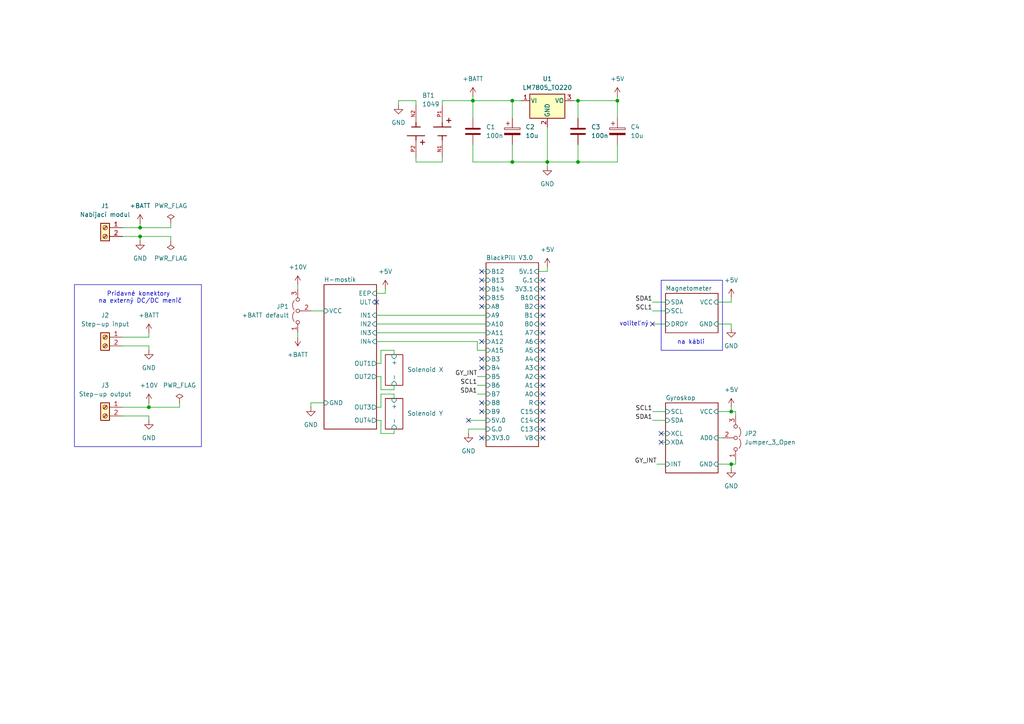
<source format=kicad_sch>
(kicad_sch (version 20250114) (generator "eeschema") (generator_version "9.0")
  (paper "A4")
  (lib_symbols
    (symbol "Connector:Screw_Terminal_01x02" (pin_names (offset 1.016) (hide yes))
      (property "Reference" "J" (at 0 2.54 0))
      (property "Value" "Screw_Terminal_01x02" (at 0 -5.08 0))
      (symbol "Screw_Terminal_01x02_1_1"
        (rectangle (start -1.27 1.27) (end 1.27 -3.81) (stroke (width 0.254)) (fill (type background)))
        (polyline (pts (xy -0.5334 0.3302) (xy 0.3302 -0.508)) (stroke (width 0.1524)))
        (polyline (pts (xy -0.5334 -2.2098) (xy 0.3302 -3.048)) (stroke (width 0.1524)))
        (polyline (pts (xy -0.3556 0.508) (xy 0.508 -0.3302)) (stroke (width 0.1524)))
        (polyline (pts (xy -0.3556 -2.032) (xy 0.508 -2.8702)) (stroke (width 0.1524)))
        (circle (center 0 0) (radius 0.635) (stroke (width 0.1524)))
        (circle (center 0 -2.54) (radius 0.635) (stroke (width 0.1524)))
        (pin passive line (at -5.08 0 0) (length 3.81) (name "Pin_1") (number "1"))
        (pin passive line (at -5.08 -2.54 0) (length 3.81) (name "Pin_2") (number "2"))
      )
    )
    (symbol "Device:C" (pin_numbers (hide yes)) (pin_names (offset 0.254))
      (property "Reference" "C" (at 0.635 2.54 0))
      (property "Value" "C" (at 0.635 -2.54 0))
      (symbol "C_0_1"
        (polyline (pts (xy -2.032 0.762) (xy 2.032 0.762)) (stroke (width 0.508)))
        (polyline (pts (xy -2.032 -0.762) (xy 2.032 -0.762)) (stroke (width 0.508)))
      )
      (symbol "C_1_1"
        (pin passive line (at 0 3.81 270) (length 2.794) (name "~") (number "1"))
        (pin passive line (at 0 -3.81 90) (length 2.794) (name "~") (number "2"))
      )
    )
    (symbol "Device:C_Polarized" (pin_numbers (hide yes)) (pin_names (offset 0.254))
      (property "Reference" "C" (at 0.635 2.54 0))
      (property "Value" "C_Polarized" (at 0.635 -2.54 0))
      (symbol "C_Polarized_0_1"
        (rectangle (start -2.286 0.508) (end 2.286 1.016))
        (polyline (pts (xy -1.778 2.286) (xy -0.762 2.286)))
        (polyline (pts (xy -1.27 2.794) (xy -1.27 1.778)))
        (rectangle (start 2.286 -0.508) (end -2.286 -1.016) (fill (type outline)))
      )
      (symbol "C_Polarized_1_1"
        (pin passive line (at 0 3.81 270) (length 2.794) (name "~") (number "1"))
        (pin passive line (at 0 -3.81 90) (length 2.794) (name "~") (number "2"))
      )
    )
    (symbol "Jumper:Jumper_3_Open" (pin_names (offset 0) (hide yes)) (exclude_from_sim yes) (in_bom no)
      (property "Reference" "JP" (at -2.54 -2.54 0))
      (property "Value" "Jumper_3_Open" (at 0 2.794 0))
      (symbol "Jumper_3_Open_0_0"
        (circle (center -3.302 0) (radius 0.508))
        (circle (center 0 0) (radius 0.508))
        (circle (center 3.302 0) (radius 0.508))
      )
      (symbol "Jumper_3_Open_0_1"
        (arc (start -3.048 1.016) (mid -1.651 1.4992) (end -0.254 1.016))
        (polyline (pts (xy 0 -0.508) (xy 0 -1.27)))
        (arc (start 0.254 1.016) (mid 1.651 1.4992) (end 3.048 1.016))
      )
      (symbol "Jumper_3_Open_1_1"
        (pin passive line (at -6.35 0 0) (length 2.54) (name "A") (number "1"))
        (pin passive line (at 0 -3.81 90) (length 2.54) (name "C") (number "2"))
        (pin passive line (at 6.35 0 180) (length 2.54) (name "B") (number "3"))
      )
    )
    (symbol "NDE_lib:1049" (pin_names (offset 1.016))
      (property "Reference" "BT" (at -3.81 8.89 0))
      (property "Value" "1049" (at -3.81 -7.62 0))
      (symbol "1049_0_0"
        (polyline (pts (xy -3.81 6.985) (xy -2.54 6.985)) (stroke (width 0.254)))
        (polyline (pts (xy -3.175 7.62) (xy -3.175 6.35)) (stroke (width 0.254)))
        (polyline (pts (xy -1.27 7.62) (xy -1.27 5.08)) (stroke (width 0.254)))
        (polyline (pts (xy -1.27 5.08) (xy -2.54 5.08)) (stroke (width 0.254)))
        (polyline (pts (xy -1.27 5.08) (xy -1.27 2.54)) (stroke (width 0.254)))
        (polyline (pts (xy -1.27 -2.54) (xy -2.54 -2.54)) (stroke (width 0.254)))
        (polyline (pts (xy -1.27 -2.54) (xy -1.27 -1.27)) (stroke (width 0.254)))
        (polyline (pts (xy -1.27 -3.81) (xy -1.27 -2.54)) (stroke (width 0.254)))
        (polyline (pts (xy 1.27 6.35) (xy 1.27 5.08)) (stroke (width 0.254)))
        (polyline (pts (xy 1.27 5.08) (xy 1.27 3.81)) (stroke (width 0.254)))
        (polyline (pts (xy 1.27 5.08) (xy 2.54 5.08)) (stroke (width 0.254)))
        (polyline (pts (xy 1.27 -2.54) (xy 1.27 0)) (stroke (width 0.254)))
        (polyline (pts (xy 1.27 -2.54) (xy 2.54 -2.54)) (stroke (width 0.254)))
        (polyline (pts (xy 1.27 -5.08) (xy 1.27 -2.54)) (stroke (width 0.254)))
        (polyline (pts (xy 3.175 -1.27) (xy 3.175 0)) (stroke (width 0.254)))
        (polyline (pts (xy 3.81 -0.635) (xy 2.54 -0.635)) (stroke (width 0.254)))
        (pin passive line (at -7.62 5.08 0) (length 5.08) (name "~") (number "P1"))
        (pin passive line (at -7.62 -2.54 0) (length 5.08) (name "~") (number "N2"))
        (pin passive line (at 7.62 5.08 180) (length 5.08) (name "~") (number "N1"))
        (pin passive line (at 7.62 -2.54 180) (length 5.08) (name "~") (number "P2"))
      )
    )
    (symbol "Regulator_Linear:LM7805_TO220" (pin_names (offset 0.254))
      (property "Reference" "U" (at -3.81 3.175 0))
      (property "Value" "LM7805_TO220" (at 0 3.175 0))
      (symbol "LM7805_TO220_0_1"
        (rectangle (start -5.08 1.905) (end 5.08 -5.08) (stroke (width 0.254)) (fill (type background)))
      )
      (symbol "LM7805_TO220_1_1"
        (pin power_in line (at -7.62 0 0) (length 2.54) (name "VI") (number "1"))
        (pin power_in line (at 0 -7.62 90) (length 2.54) (name "GND") (number "2"))
        (pin power_out line (at 7.62 0 180) (length 2.54) (name "VO") (number "3"))
      )
    )
    (symbol "power:+10V" (power) (pin_numbers (hide yes)) (pin_names (offset 0) (hide yes))
      (property "Value" "+10V" (at 0 3.556 0))
      (symbol "+10V_0_1"
        (polyline (pts (xy -0.762 1.27) (xy 0 2.54)))
        (polyline (pts (xy 0 2.54) (xy 0.762 1.27)))
        (polyline (pts (xy 0 0) (xy 0 2.54)))
      )
      (symbol "+10V_1_1"
        (pin power_in line (at 0 0 90) (length 0) (name "~") (number "1"))
      )
    )
    (symbol "power:+5V" (power) (pin_numbers (hide yes)) (pin_names (offset 0) (hide yes))
      (property "Value" "+5V" (at 0 3.556 0))
      (symbol "+5V_0_1"
        (polyline (pts (xy -0.762 1.27) (xy 0 2.54)))
        (polyline (pts (xy 0 2.54) (xy 0.762 1.27)))
        (polyline (pts (xy 0 0) (xy 0 2.54)))
      )
      (symbol "+5V_1_1"
        (pin power_in line (at 0 0 90) (length 0) (name "~") (number "1"))
      )
    )
    (symbol "power:+BATT" (power) (pin_numbers (hide yes)) (pin_names (offset 0) (hide yes))
      (property "Value" "+BATT" (at 0 3.556 0))
      (symbol "+BATT_0_1"
        (polyline (pts (xy -0.762 1.27) (xy 0 2.54)))
        (polyline (pts (xy 0 2.54) (xy 0.762 1.27)))
        (polyline (pts (xy 0 0) (xy 0 2.54)))
      )
      (symbol "+BATT_1_1"
        (pin power_in line (at 0 0 90) (length 0) (name "~") (number "1"))
      )
    )
    (symbol "power:GND" (power) (pin_numbers (hide yes)) (pin_names (offset 0) (hide yes))
      (property "Value" "GND" (at 0 -3.81 0))
      (symbol "GND_0_1"
        (polyline (pts (xy 0 0) (xy 0 -1.27) (xy 1.27 -1.27) (xy 0 -2.54) (xy -1.27 -1.27) (xy 0 -1.27)))
      )
      (symbol "GND_1_1"
        (pin power_in line (at 0 0 270) (length 0) (name "~") (number "1"))
      )
    )
    (symbol "power:PWR_FLAG" (power) (pin_numbers (hide yes)) (pin_names (offset 0) (hide yes))
      (property "Value" "PWR_FLAG" (at 0 3.81 0))
      (symbol "PWR_FLAG_0_0"
        (pin power_out line (at 0 0 90) (length 0) (name "~") (number "1"))
      )
      (symbol "PWR_FLAG_0_1"
        (polyline (pts (xy 0 0) (xy 0 1.27) (xy -1.016 1.905) (xy 0 2.54) (xy 1.016 1.905) (xy 0 1.27)))
      )
    )
  )
  (rectangle (start 21.59 82.55) (end 58.42 129.54))
  (rectangle (start 209.55 81.28) (end 191.77 101.6))
  (text "voliteľný" (at 183.896 93.98 0) (effects (font (size 1.27 1.27))))
  (text "Prídavné konektory \nna externý DC/DC menič" (at 40.64 86.36 0) (effects (font (size 1.27 1.27))))
  (text "na kábli" (at 200.406 99.314 0) (effects (font (size 1.27 1.27))))
  (junction (at 167.64 46.99))
  (junction (at 158.75 46.99))
  (junction (at 40.64 66.04))
  (junction (at 212.09 134.62))
  (junction (at 179.07 29.21))
  (junction (at 148.59 29.21))
  (junction (at 167.64 29.21))
  (junction (at 212.09 119.38))
  (junction (at 43.18 118.11))
  (junction (at 148.59 46.99))
  (junction (at 137.16 29.21))
  (junction (at 40.64 68.58))
  (no_connect (at 139.7 106.68))
  (no_connect (at 157.48 114.3))
  (no_connect (at 157.48 109.22))
  (no_connect (at 157.48 106.68))
  (no_connect (at 139.7 88.9))
  (no_connect (at 157.48 119.38))
  (no_connect (at 157.48 116.84))
  (no_connect (at 139.7 116.84))
  (no_connect (at 157.48 88.9))
  (no_connect (at 157.48 81.28))
  (no_connect (at 139.7 119.38))
  (no_connect (at 139.7 104.14))
  (no_connect (at 109.22 87.63))
  (no_connect (at 139.7 83.82))
  (no_connect (at 191.77 128.27))
  (no_connect (at 157.48 99.06))
  (no_connect (at 135.89 121.92))
  (no_connect (at 139.7 127))
  (no_connect (at 157.48 124.46))
  (no_connect (at 189.23 93.98))
  (no_connect (at 191.77 125.73))
  (no_connect (at 139.7 78.74))
  (no_connect (at 157.48 96.52))
  (no_connect (at 157.48 127))
  (no_connect (at 139.7 86.36))
  (no_connect (at 157.48 121.92))
  (no_connect (at 157.48 111.76))
  (no_connect (at 139.7 81.28))
  (no_connect (at 157.48 101.6))
  (no_connect (at 157.48 93.98))
  (no_connect (at 157.48 83.82))
  (no_connect (at 157.48 86.36))
  (no_connect (at 139.7 99.06))
  (no_connect (at 157.48 91.44))
  (no_connect (at 157.48 104.14))
  (wire (pts (xy 110.49 109.22) (xy 110.49 113.03)))
  (wire (pts (xy 90.17 90.17) (xy 93.98 90.17)))
  (wire (pts (xy 137.16 29.21) (xy 148.59 29.21)))
  (wire (pts (xy 114.3 113.03) (xy 114.3 111.76)))
  (wire (pts (xy 110.49 118.11) (xy 110.49 114.3)))
  (wire (pts (xy 139.7 83.82) (xy 140.97 83.82)))
  (wire (pts (xy 40.64 69.85) (xy 40.64 68.58)))
  (wire (pts (xy 189.23 93.98) (xy 193.04 93.98)))
  (wire (pts (xy 179.07 41.91) (xy 179.07 46.99)))
  (wire (pts (xy 86.36 82.55) (xy 86.36 83.82)))
  (wire (pts (xy 208.28 127) (xy 209.55 127)))
  (wire (pts (xy 137.16 27.94) (xy 137.16 29.21)))
  (wire (pts (xy 148.59 41.91) (xy 148.59 46.99)))
  (wire (pts (xy 189.23 87.63) (xy 193.04 87.63)))
  (wire (pts (xy 43.18 121.92) (xy 43.18 120.65)))
  (wire (pts (xy 40.64 68.58) (xy 35.56 68.58)))
  (wire (pts (xy 128.27 46.99) (xy 128.27 45.72)))
  (wire (pts (xy 52.07 118.11) (xy 43.18 118.11)))
  (wire (pts (xy 139.7 78.74) (xy 140.97 78.74)))
  (wire (pts (xy 40.64 68.58) (xy 49.53 68.58)))
  (wire (pts (xy 179.07 27.94) (xy 179.07 29.21)))
  (wire (pts (xy 43.18 118.11) (xy 35.56 118.11)))
  (wire (pts (xy 109.22 121.92) (xy 110.49 121.92)))
  (wire (pts (xy 158.75 36.83) (xy 158.75 46.99)))
  (wire (pts (xy 49.53 68.58) (xy 49.53 69.85)))
  (wire (pts (xy 139.7 81.28) (xy 140.97 81.28)))
  (wire (pts (xy 135.89 124.46) (xy 140.97 124.46)))
  (wire (pts (xy 212.09 93.98) (xy 212.09 95.25)))
  (wire (pts (xy 156.21 96.52) (xy 157.48 96.52)))
  (wire (pts (xy 109.22 93.98) (xy 140.97 93.98)))
  (wire (pts (xy 86.36 96.52) (xy 86.36 97.79)))
  (wire (pts (xy 109.22 96.52) (xy 140.97 96.52)))
  (wire (pts (xy 208.28 87.63) (xy 212.09 87.63)))
  (wire (pts (xy 158.75 78.74) (xy 158.75 77.47)))
  (wire (pts (xy 148.59 29.21) (xy 151.13 29.21)))
  (wire (pts (xy 138.43 99.06) (xy 138.43 101.6)))
  (wire (pts (xy 156.21 93.98) (xy 157.48 93.98)))
  (wire (pts (xy 138.43 111.76) (xy 140.97 111.76)))
  (wire (pts (xy 43.18 120.65) (xy 35.56 120.65)))
  (wire (pts (xy 110.49 125.73) (xy 114.3 125.73)))
  (wire (pts (xy 156.21 127) (xy 157.48 127)))
  (wire (pts (xy 137.16 41.91) (xy 137.16 46.99)))
  (wire (pts (xy 40.64 66.04) (xy 35.56 66.04)))
  (wire (pts (xy 158.75 46.99) (xy 167.64 46.99)))
  (wire (pts (xy 208.28 93.98) (xy 212.09 93.98)))
  (wire (pts (xy 139.7 86.36) (xy 140.97 86.36)))
  (wire (pts (xy 137.16 46.99) (xy 148.59 46.99)))
  (wire (pts (xy 110.49 113.03) (xy 114.3 113.03)))
  (wire (pts (xy 156.21 106.68) (xy 157.48 106.68)))
  (wire (pts (xy 139.7 104.14) (xy 140.97 104.14)))
  (wire (pts (xy 158.75 46.99) (xy 158.75 48.26)))
  (wire (pts (xy 120.65 46.99) (xy 128.27 46.99)))
  (wire (pts (xy 212.09 87.63) (xy 212.09 86.36)))
  (wire (pts (xy 189.23 90.17) (xy 193.04 90.17)))
  (wire (pts (xy 189.23 119.38) (xy 193.04 119.38)))
  (wire (pts (xy 212.09 119.38) (xy 212.09 118.11)))
  (wire (pts (xy 110.49 121.92) (xy 110.49 125.73)))
  (wire (pts (xy 139.7 88.9) (xy 140.97 88.9)))
  (wire (pts (xy 110.49 114.3) (xy 114.3 114.3)))
  (wire (pts (xy 191.77 125.73) (xy 193.04 125.73)))
  (wire (pts (xy 148.59 46.99) (xy 158.75 46.99)))
  (wire (pts (xy 52.07 116.84) (xy 52.07 118.11)))
  (wire (pts (xy 111.76 83.82) (xy 111.76 85.09)))
  (wire (pts (xy 156.21 109.22) (xy 157.48 109.22)))
  (wire (pts (xy 114.3 101.6) (xy 114.3 102.87)))
  (wire (pts (xy 156.21 119.38) (xy 157.48 119.38)))
  (wire (pts (xy 212.09 134.62) (xy 212.09 135.89)))
  (wire (pts (xy 139.7 99.06) (xy 140.97 99.06)))
  (wire (pts (xy 139.7 119.38) (xy 140.97 119.38)))
  (wire (pts (xy 208.28 134.62) (xy 212.09 134.62)))
  (wire (pts (xy 43.18 100.33) (xy 35.56 100.33)))
  (wire (pts (xy 167.64 29.21) (xy 179.07 29.21)))
  (wire (pts (xy 190.5 134.62) (xy 193.04 134.62)))
  (wire (pts (xy 139.7 127) (xy 140.97 127)))
  (wire (pts (xy 109.22 91.44) (xy 140.97 91.44)))
  (wire (pts (xy 156.21 116.84) (xy 157.48 116.84)))
  (wire (pts (xy 43.18 97.79) (xy 35.56 97.79)))
  (wire (pts (xy 179.07 29.21) (xy 179.07 34.29)))
  (wire (pts (xy 213.36 119.38) (xy 212.09 119.38)))
  (wire (pts (xy 167.64 46.99) (xy 179.07 46.99)))
  (wire (pts (xy 208.28 119.38) (xy 212.09 119.38)))
  (wire (pts (xy 115.57 29.21) (xy 115.57 30.48)))
  (wire (pts (xy 156.21 114.3) (xy 157.48 114.3)))
  (wire (pts (xy 156.21 78.74) (xy 158.75 78.74)))
  (wire (pts (xy 43.18 97.79) (xy 43.18 96.52)))
  (wire (pts (xy 128.27 29.21) (xy 137.16 29.21)))
  (wire (pts (xy 167.64 41.91) (xy 167.64 46.99)))
  (wire (pts (xy 109.22 109.22) (xy 110.49 109.22)))
  (wire (pts (xy 189.23 121.92) (xy 193.04 121.92)))
  (wire (pts (xy 114.3 125.73) (xy 114.3 124.46)))
  (wire (pts (xy 156.21 88.9) (xy 157.48 88.9)))
  (wire (pts (xy 40.64 66.04) (xy 40.64 64.77)))
  (wire (pts (xy 135.89 121.92) (xy 140.97 121.92)))
  (wire (pts (xy 191.77 128.27) (xy 193.04 128.27)))
  (wire (pts (xy 156.21 124.46) (xy 157.48 124.46)))
  (wire (pts (xy 167.64 29.21) (xy 167.64 34.29)))
  (wire (pts (xy 156.21 86.36) (xy 157.48 86.36)))
  (wire (pts (xy 40.64 66.04) (xy 49.53 66.04)))
  (wire (pts (xy 109.22 105.41) (xy 110.49 105.41)))
  (wire (pts (xy 93.98 116.84) (xy 90.17 116.84)))
  (wire (pts (xy 137.16 29.21) (xy 137.16 34.29)))
  (wire (pts (xy 139.7 106.68) (xy 140.97 106.68)))
  (wire (pts (xy 140.97 109.22) (xy 138.43 109.22)))
  (wire (pts (xy 156.21 99.06) (xy 157.48 99.06)))
  (wire (pts (xy 156.21 104.14) (xy 157.48 104.14)))
  (wire (pts (xy 114.3 114.3) (xy 114.3 115.57)))
  (wire (pts (xy 128.27 30.48) (xy 128.27 29.21)))
  (wire (pts (xy 156.21 91.44) (xy 157.48 91.44)))
  (wire (pts (xy 213.36 134.62) (xy 212.09 134.62)))
  (wire (pts (xy 148.59 29.21) (xy 148.59 34.29)))
  (wire (pts (xy 138.43 114.3) (xy 140.97 114.3)))
  (wire (pts (xy 43.18 116.84) (xy 43.18 118.11)))
  (wire (pts (xy 156.21 111.76) (xy 157.48 111.76)))
  (wire (pts (xy 90.17 116.84) (xy 90.17 118.11)))
  (wire (pts (xy 156.21 81.28) (xy 157.48 81.28)))
  (wire (pts (xy 109.22 118.11) (xy 110.49 118.11)))
  (wire (pts (xy 138.43 101.6) (xy 140.97 101.6)))
  (wire (pts (xy 43.18 101.6) (xy 43.18 100.33)))
  (wire (pts (xy 109.22 99.06) (xy 138.43 99.06)))
  (wire (pts (xy 49.53 64.77) (xy 49.53 66.04)))
  (wire (pts (xy 213.36 133.35) (xy 213.36 134.62)))
  (wire (pts (xy 115.57 29.21) (xy 120.65 29.21)))
  (wire (pts (xy 111.76 85.09) (xy 109.22 85.09)))
  (wire (pts (xy 166.37 29.21) (xy 167.64 29.21)))
  (wire (pts (xy 120.65 45.72) (xy 120.65 46.99)))
  (wire (pts (xy 110.49 105.41) (xy 110.49 101.6)))
  (wire (pts (xy 120.65 30.48) (xy 120.65 29.21)))
  (wire (pts (xy 139.7 116.84) (xy 140.97 116.84)))
  (wire (pts (xy 110.49 101.6) (xy 114.3 101.6)))
  (wire (pts (xy 135.89 125.73) (xy 135.89 124.46)))
  (wire (pts (xy 156.21 121.92) (xy 157.48 121.92)))
  (wire (pts (xy 156.21 83.82) (xy 157.48 83.82)))
  (wire (pts (xy 213.36 120.65) (xy 213.36 119.38)))
  (wire (pts (xy 156.21 101.6) (xy 157.48 101.6)))
  (label "SCL1" (at 189.23 90.17 180))
  (label "SCL1" (at 138.43 111.76 180))
  (label "SDA1" (at 138.43 114.3 180))
  (label "GY_INT" (at 138.43 109.22 180))
  (label "GY_INT" (at 190.5 134.62 180))
  (label "SCL1" (at 189.23 119.38 180))
  (label "SDA1" (at 189.23 121.92 180))
  (label "SDA1" (at 189.23 87.63 180))
  (symbol (lib_id "Connector:Screw_Terminal_01x02") (at 30.48 97.79 0) (mirror y) (unit 1)
    (property "Reference" "J2" (at 30.48 91.44 0))
    (property "Value" "Step-up input" (at 30.48 93.98 0))
    (property "Footprint" "TerminalBlock_RND:TerminalBlock_RND_205-00012_1x02_P5.00mm_Horizontal" (effects (hide yes)))
    (property "Datasheet" "https://www.tme.eu/cz/details/tc0203620000g/svorkovnice-do-plosnych-spoju/amphenol-anytek/" (effects (hide yes)))
    (property "Description" "Generic screw terminal, single row, 01x02, script generated (kicad-library-utils/schlib/autogen/connector/)" (effects (hide yes)))
  )
  (symbol (lib_id "Connector:Screw_Terminal_01x02") (at 30.48 66.04 0) (mirror y) (unit 1)
    (property "Reference" "J1" (at 30.48 59.69 0))
    (property "Value" "Nabíjací modul" (at 30.48 62.23 0))
    (property "Footprint" "TerminalBlock_RND:TerminalBlock_RND_205-00012_1x02_P5.00mm_Horizontal" (effects (hide yes)))
    (property "Datasheet" "https://www.tme.eu/cz/details/tc0203620000g/svorkovnice-do-plosnych-spoju/amphenol-anytek/" (effects (hide yes)))
    (property "Description" "Generic screw terminal, single row, 01x02, script generated (kicad-library-utils/schlib/autogen/connector/)" (effects (hide yes)))
  )
  (symbol (lib_id "Device:C_Polarized") (at 148.59 38.1 0) (unit 1)
    (property "Reference" "C2" (at 152.4 36.83 0) (effects (justify left)))
    (property "Value" "10u" (at 152.4 39.37 0) (effects (justify left)))
    (property "Footprint" "Capacitor_THT:CP_Radial_D5.0mm_P2.50mm" (effects (hide yes)))
    (property "Description" "Polarized capacitor" (effects (hide yes)))
  )
  (symbol (lib_id "Jumper:Jumper_3_Open") (at 213.36 127 270) (mirror x) (unit 1) (in_bom no)
    (property "Reference" "JP2" (at 215.9 125.7299 90) (effects (justify left)))
    (property "Value" "Jumper_3_Open" (at 215.9 128.2699 90) (effects (justify left)))
    (property "Footprint" "Connector_PinHeader_2.54mm:PinHeader_1x03_P2.54mm_Vertical" (effects (hide yes)))
    (property "Description" "Jumper, 3-pole, both open" (effects (hide yes)))
  )
  (symbol (lib_id "NDE_lib:1049") (at 123.19 38.1 270) (unit 1)
    (property "Reference" "BT1" (at 122.428 27.686 90) (effects (justify left)))
    (property "Value" "1049" (at 122.428 30.226 90) (effects (justify left)))
    (property "Footprint" "NDE_lib:BAT_1049" (effects (hide yes)))
    (property "MF" "Keystone Electronics" (effects (hide yes)))
    (property "MAXIMUM_PACKAGE_HEIGHT" "15.1mm" (effects (hide yes)))
    (property "Package" "None" (effects (hide yes)))
    (property "Price" "None" (effects (hide yes)))
    (property "Check_prices" "https://www.snapeda.com/parts/1049/Keystone/view-part/?ref=eda" (effects (hide yes)))
    (property "STANDARD" "Manufacturer Recommendations" (effects (hide yes)))
    (property "PARTREV" "F" (effects (hide yes)))
    (property "SnapEDA_Link" "https://www.snapeda.com/parts/1049/Keystone/view-part/?ref=snap" (effects (hide yes)))
    (property "MP" "1049" (effects (hide yes)))
    (property "Description_1" "THM Holder for Dual 18650 Batteries" (effects (hide yes)))
    (property "MANUFACTURER" "Keystone" (effects (hide yes)))
    (property "Availability" "Not in stock" (effects (hide yes)))
    (property "SNAPEDA_PN" "109" (effects (hide yes)))
  )
  (symbol (lib_id "power:+BATT") (at 40.64 64.77 0) (unit 1)
    (property "Reference" "#PWR01" (effects (hide yes)))
    (property "Value" "+BATT" (at 40.64 59.69 0))
    (property "Description" "Power symbol creates a global label with name \"+BATT\"" (effects (hide yes)))
  )
  (symbol (lib_id "power:+BATT") (at 43.18 96.52 0) (unit 1)
    (property "Reference" "#PWR06" (effects (hide yes)))
    (property "Value" "+BATT" (at 43.18 91.44 0))
    (property "Description" "Power symbol creates a global label with name \"+BATT\"" (effects (hide yes)))
  )
  (symbol (lib_id "power:GND") (at 158.75 48.26 0) (unit 1)
    (property "Reference" "#PWR07" (effects (hide yes)))
    (property "Value" "GND" (at 158.75 53.34 0))
    (property "Description" "Power symbol creates a global label with name \"GND\" , ground" (effects (hide yes)))
  )
  (symbol (lib_id "Regulator_Linear:LM7805_TO220") (at 158.75 29.21 0) (unit 1)
    (property "Reference" "U1" (at 158.75 22.86 0))
    (property "Value" "LM7805_TO220" (at 158.75 25.4 0))
    (property "Footprint" "Package_TO_SOT_THT:TO-220-3_Vertical" (effects (hide yes)))
    (property "Datasheet" "https://www.onsemi.cn/PowerSolutions/document/MC7800-D.PDF" (effects (hide yes)))
    (property "Description" "Positive 1A 35V Linear Regulator, Fixed Output 5V, TO-220" (effects (hide yes)))
  )
  (symbol (lib_id "power:GND") (at 43.18 121.92 0) (unit 1)
    (property "Reference" "#PWR011" (effects (hide yes)))
    (property "Value" "GND" (at 43.18 127 0))
    (property "Description" "Power symbol creates a global label with name \"GND\" , ground" (effects (hide yes)))
  )
  (symbol (lib_id "power:GND") (at 135.89 125.73 0) (unit 1)
    (property "Reference" "#PWR017" (effects (hide yes)))
    (property "Value" "GND" (at 135.89 130.81 0))
    (property "Description" "Power symbol creates a global label with name \"GND\" , ground" (effects (hide yes)))
  )
  (symbol (lib_id "power:+5V") (at 212.09 118.11 0) (unit 1)
    (property "Reference" "#PWR016" (effects (hide yes)))
    (property "Value" "+5V" (at 212.09 113.03 0))
    (property "Description" "Power symbol creates a global label with name \"+5V\"" (effects (hide yes)))
  )
  (symbol (lib_id "Device:C_Polarized") (at 179.07 38.1 0) (unit 1)
    (property "Reference" "C4" (at 182.88 36.83 0) (effects (justify left)))
    (property "Value" "10u" (at 182.88 39.37 0) (effects (justify left)))
    (property "Footprint" "Capacitor_THT:CP_Radial_D5.0mm_P2.50mm" (effects (hide yes)))
    (property "Description" "Polarized capacitor" (effects (hide yes)))
  )
  (symbol (lib_id "Device:C") (at 137.16 38.1 0) (unit 1)
    (property "Reference" "C1" (at 140.97 36.8299 0) (effects (justify left)))
    (property "Value" "100n" (at 140.97 39.3699 0) (effects (justify left)))
    (property "Footprint" "Capacitor_THT:C_Disc_D5.0mm_W2.5mm_P2.50mm" (effects (hide yes)))
    (property "Description" "Unpolarized capacitor" (effects (hide yes)))
  )
  (symbol (lib_id "power:PWR_FLAG") (at 52.07 116.84 0) (unit 1) (in_bom no)
    (property "Reference" "#FLG03" (effects (hide yes)))
    (property "Value" "PWR_FLAG" (at 52.07 111.76 0))
    (property "Description" "Special symbol for telling ERC where power comes from" (effects (hide yes)))
  )
  (symbol (lib_id "power:+5V") (at 179.07 27.94 0) (unit 1)
    (property "Reference" "#PWR03" (effects (hide yes)))
    (property "Value" "+5V" (at 179.07 22.86 0))
    (property "Description" "Power symbol creates a global label with name \"+5V\"" (effects (hide yes)))
  )
  (symbol (lib_id "power:+10V") (at 43.18 116.84 0) (unit 1)
    (property "Reference" "#PWR020" (effects (hide yes)))
    (property "Value" "+10V" (at 43.18 111.76 0))
    (property "Description" "Power symbol creates a global label with name \"+10V\"" (effects (hide yes)))
  )
  (symbol (lib_id "power:GND") (at 212.09 135.89 0) (unit 1)
    (property "Reference" "#PWR019" (effects (hide yes)))
    (property "Value" "GND" (at 212.09 140.97 0))
    (property "Description" "Power symbol creates a global label with name \"GND\" , ground" (effects (hide yes)))
  )
  (symbol (lib_id "power:+5V") (at 158.75 77.47 0) (unit 1)
    (property "Reference" "#PWR010" (effects (hide yes)))
    (property "Value" "+5V" (at 158.75 72.39 0))
    (property "Description" "Power symbol creates a global label with name \"+5V\"" (effects (hide yes)))
  )
  (symbol (lib_id "power:PWR_FLAG") (at 49.53 64.77 0) (mirror y) (unit 1) (in_bom no)
    (property "Reference" "#FLG01" (effects (hide yes)))
    (property "Value" "PWR_FLAG" (at 49.53 59.69 0))
    (property "Description" "Special symbol for telling ERC where power comes from" (effects (hide yes)))
  )
  (symbol (lib_id "power:GND") (at 90.17 118.11 0) (unit 1)
    (property "Reference" "#PWR018" (effects (hide yes)))
    (property "Value" "GND" (at 90.17 123.19 0))
    (property "Description" "Power symbol creates a global label with name \"GND\" , ground" (effects (hide yes)))
  )
  (symbol (lib_id "power:+BATT") (at 86.36 97.79 180) (unit 1)
    (property "Reference" "#PWR015" (effects (hide yes)))
    (property "Value" "+BATT" (at 86.36 102.87 0))
    (property "Description" "Power symbol creates a global label with name \"+BATT\"" (effects (hide yes)))
  )
  (symbol (lib_id "Device:C") (at 167.64 38.1 0) (unit 1)
    (property "Reference" "C3" (at 171.45 36.8299 0) (effects (justify left)))
    (property "Value" "100n" (at 171.45 39.3699 0) (effects (justify left)))
    (property "Footprint" "Capacitor_THT:C_Disc_D5.0mm_W2.5mm_P2.50mm" (effects (hide yes)))
    (property "Description" "Unpolarized capacitor" (effects (hide yes)))
  )
  (symbol (lib_id "power:+BATT") (at 137.16 27.94 0) (unit 1)
    (property "Reference" "#PWR02" (effects (hide yes)))
    (property "Value" "+BATT" (at 137.16 22.86 0))
    (property "Description" "Power symbol creates a global label with name \"+BATT\"" (effects (hide yes)))
  )
  (symbol (lib_id "power:GND") (at 40.64 69.85 0) (unit 1)
    (property "Reference" "#PWR05" (effects (hide yes)))
    (property "Value" "GND" (at 40.64 74.93 0))
    (property "Description" "Power symbol creates a global label with name \"GND\" , ground" (effects (hide yes)))
  )
  (symbol (lib_id "power:PWR_FLAG") (at 49.53 69.85 180) (unit 1) (in_bom no)
    (property "Reference" "#FLG02" (effects (hide yes)))
    (property "Value" "PWR_FLAG" (at 49.53 74.93 0))
    (property "Description" "Special symbol for telling ERC where power comes from" (effects (hide yes)))
  )
  (symbol (lib_id "Jumper:Jumper_3_Open") (at 86.36 90.17 90) (unit 1) (in_bom no)
    (property "Reference" "JP1" (at 83.82 88.8999 90) (effects (justify left)))
    (property "Value" "+BATT default" (at 83.82 91.4399 90) (effects (justify left)))
    (property "Footprint" "Connector_PinHeader_2.54mm:PinHeader_1x03_P2.54mm_Vertical" (effects (hide yes)))
    (property "Description" "Jumper, 3-pole, both open" (effects (hide yes)))
  )
  (symbol (lib_id "power:GND") (at 43.18 101.6 0) (unit 1)
    (property "Reference" "#PWR08" (effects (hide yes)))
    (property "Value" "GND" (at 43.18 106.68 0))
    (property "Description" "Power symbol creates a global label with name \"GND\" , ground" (effects (hide yes)))
  )
  (symbol (lib_id "power:GND") (at 212.09 95.25 0) (unit 1)
    (property "Reference" "#PWR014" (effects (hide yes)))
    (property "Value" "GND" (at 212.09 100.33 0))
    (property "Description" "Power symbol creates a global label with name \"GND\" , ground" (effects (hide yes)))
  )
  (symbol (lib_id "power:+5V") (at 111.76 83.82 0) (unit 1)
    (property "Reference" "#PWR013" (effects (hide yes)))
    (property "Value" "+5V" (at 111.76 78.74 0))
    (property "Description" "Power symbol creates a global label with name \"+5V\"" (effects (hide yes)))
  )
  (symbol (lib_id "power:+5V") (at 212.09 86.36 0) (unit 1)
    (property "Reference" "#PWR012" (effects (hide yes)))
    (property "Value" "+5V" (at 212.09 81.28 0))
    (property "Description" "Power symbol creates a global label with name \"+5V\"" (effects (hide yes)))
  )
  (symbol (lib_id "power:GND") (at 115.57 30.48 0) (unit 1)
    (property "Reference" "#PWR04" (effects (hide yes)))
    (property "Value" "GND" (at 115.57 35.56 0))
    (property "Description" "Power symbol creates a global label with name \"GND\" , ground" (effects (hide yes)))
  )
  (symbol (lib_id "power:+10V") (at 86.36 82.55 0) (unit 1)
    (property "Reference" "#PWR021" (effects (hide yes)))
    (property "Value" "+10V" (at 86.36 77.47 0))
    (property "Description" "Power symbol creates a global label with name \"+10V\"" (effects (hide yes)))
  )
  (symbol (lib_id "Connector:Screw_Terminal_01x02") (at 30.48 118.11 0) (mirror y) (unit 1)
    (property "Reference" "J3" (at 30.48 111.76 0))
    (property "Value" "Step-up output" (at 30.48 114.3 0))
    (property "Footprint" "TerminalBlock_RND:TerminalBlock_RND_205-00012_1x02_P5.00mm_Horizontal" (effects (hide yes)))
    (property "Datasheet" "https://www.tme.eu/cz/details/tc0203620000g/svorkovnice-do-plosnych-spoju/amphenol-anytek/" (effects (hide yes)))
    (property "Description" "Generic screw terminal, single row, 01x02, script generated (kicad-library-utils/schlib/autogen/connector/)" (effects (hide yes)))
  )
  (sheet (at 111.76 102.87) (size 5.08 8.89) (stroke (width 0.1524))
    (property "Sheetname" "Solenoid X" (at 118.11 107.95 0) (effects (justify left bottom)))
    (property "Sheetfile" "solenoid.kicad_sch" (effects (hide yes)))
    (pin "+" input (at 114.3 102.87 90))
    (pin "-" input (at 114.3 111.76 270))
  )
  (sheet (at 140.97 76.2) (size 15.24 53.34) (stroke (width 0.1524))
    (property "Sheetname" "BlackPill V3.0" (at 140.97 75.4884 0) (effects (justify left bottom)))
    (property "Sheetfile" "blackpill.kicad_sch" (effects (hide yes)))
    (pin "A0" input (at 156.21 114.3 0))
    (pin "A1" input (at 156.21 111.76 0))
    (pin "A2" input (at 156.21 109.22 0))
    (pin "A3" input (at 156.21 106.68 0))
    (pin "A4" input (at 156.21 104.14 0))
    (pin "A5" input (at 156.21 101.6 0))
    (pin "A6" input (at 156.21 99.06 0))
    (pin "A7" input (at 156.21 96.52 0))
    (pin "A8" input (at 140.97 88.9 180))
    (pin "3V3.0" input (at 140.97 127 180))
    (pin "3V3.1" input (at 156.21 83.82 0))
    (pin "5V.0" input (at 140.97 121.92 180))
    (pin "5V.1" input (at 156.21 78.74 0))
    (pin "A9" input (at 140.97 91.44 180))
    (pin "A10" input (at 140.97 93.98 180))
    (pin "A11" input (at 140.97 96.52 180))
    (pin "A12" input (at 140.97 99.06 180))
    (pin "A15" input (at 140.97 101.6 180))
    (pin "B0" input (at 156.21 93.98 0))
    (pin "B1" input (at 156.21 91.44 0))
    (pin "B2" input (at 156.21 88.9 0))
    (pin "B3" input (at 140.97 104.14 180))
    (pin "B4" input (at 140.97 106.68 180))
    (pin "B5" input (at 140.97 109.22 180))
    (pin "B6" input (at 140.97 111.76 180))
    (pin "B7" input (at 140.97 114.3 180))
    (pin "B8" input (at 140.97 116.84 180))
    (pin "B9" input (at 140.97 119.38 180))
    (pin "B10" input (at 156.21 86.36 0))
    (pin "B12" input (at 140.97 78.74 180))
    (pin "B13" input (at 140.97 81.28 180))
    (pin "B14" input (at 140.97 83.82 180))
    (pin "B15" input (at 140.97 86.36 180))
    (pin "C13" input (at 156.21 124.46 0))
    (pin "C14" input (at 156.21 121.92 0))
    (pin "C15" input (at 156.21 119.38 0))
    (pin "G.0" input (at 140.97 124.46 180))
    (pin "G.1" input (at 156.21 81.28 0))
    (pin "R" input (at 156.21 116.84 0))
    (pin "VB" input (at 156.21 127 0))
  )
  (sheet (at 193.04 116.84) (size 15.24 20.32) (stroke (width 0.1524))
    (property "Sheetname" "Gyroskop" (at 193.04 116.1284 0) (effects (justify left bottom)))
    (property "Sheetfile" "gyro.kicad_sch" (effects (hide yes)))
    (pin "AD0" input (at 208.28 127 0))
    (pin "GND" input (at 208.28 134.62 0))
    (pin "INT" input (at 193.04 134.62 180))
    (pin "SCL" input (at 193.04 119.38 180))
    (pin "SDA" input (at 193.04 121.92 180))
    (pin "VCC" input (at 208.28 119.38 0))
    (pin "XCL" input (at 193.04 125.73 180))
    (pin "XDA" input (at 193.04 128.27 180))
  )
  (sheet (at 93.98 82.55) (size 15.24 41.91) (stroke (width 0.1524))
    (property "Sheetname" "H-mostík" (at 93.98 81.8384 0) (effects (justify left bottom)))
    (property "Sheetfile" "hbridge.kicad_sch" (effects (hide yes)))
    (pin "EEP" input (at 109.22 85.09 0))
    (pin "GND" input (at 93.98 116.84 180))
    (pin "IN1" input (at 109.22 91.44 0))
    (pin "IN2" input (at 109.22 93.98 0))
    (pin "IN3" input (at 109.22 96.52 0))
    (pin "IN4" input (at 109.22 99.06 0))
    (pin "OUT1" output (at 109.22 105.41 0))
    (pin "OUT2" output (at 109.22 109.22 0))
    (pin "OUT3" output (at 109.22 118.11 0))
    (pin "OUT4" output (at 109.22 121.92 0))
    (pin "ULT" input (at 109.22 87.63 0))
    (pin "VCC" input (at 93.98 90.17 180))
  )
  (sheet (at 193.04 85.09) (size 15.24 11.43) (stroke (width 0.1524))
    (property "Sheetname" "Magnetometer" (at 193.04 84.3784 0) (effects (justify left bottom)))
    (property "Sheetfile" "magnetometer.kicad_sch" (effects (hide yes)))
    (pin "DRDY" input (at 193.04 93.98 180))
    (pin "GND" input (at 208.28 93.98 0))
    (pin "SCL" input (at 193.04 90.17 180))
    (pin "SDA" input (at 193.04 87.63 180))
    (pin "VCC" input (at 208.28 87.63 0))
  )
  (sheet (at 111.76 115.57) (size 5.08 8.89) (stroke (width 0.1524))
    (property "Sheetname" "Solenoid Y" (at 118.11 120.65 0) (effects (justify left bottom)))
    (property "Sheetfile" "solenoid.kicad_sch" (effects (hide yes)))
    (pin "+" input (at 114.3 115.57 90))
    (pin "-" input (at 114.3 124.46 270))
  )
)
</source>
